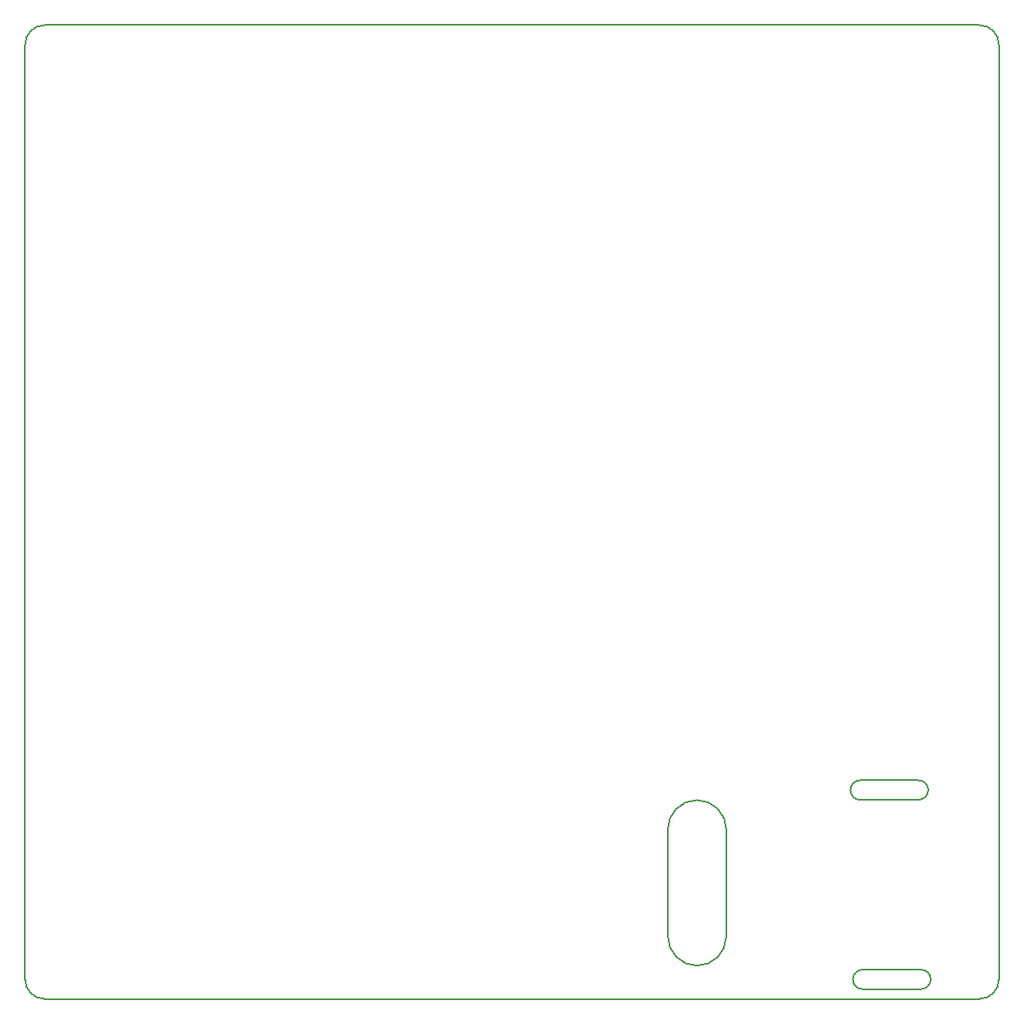
<source format=gbo>
G04 #@! TF.FileFunction,Legend,Bot*
%FSLAX46Y46*%
G04 Gerber Fmt 4.6, Leading zero omitted, Abs format (unit mm)*
G04 Created by KiCad (PCBNEW 4.0.1-stable) date Mittwoch, 24. Februar 2016 11:50:07*
%MOMM*%
G01*
G04 APERTURE LIST*
%ADD10C,0.100000*%
%ADD11C,0.150000*%
G04 APERTURE END LIST*
D10*
D11*
X156104000Y-132128000D02*
G75*
G03X155104000Y-133128000I0J-1000000D01*
G01*
X155104000Y-133128000D02*
G75*
G03X156104000Y-134128000I1000000J0D01*
G01*
X163104000Y-133128000D02*
G75*
G03X162104000Y-132128000I-1000000J0D01*
G01*
X162104000Y-134128000D02*
G75*
G03X163104000Y-133128000I0J1000000D01*
G01*
X162104000Y-134128000D02*
X156104000Y-134128000D01*
X156104000Y-132128000D02*
X162104000Y-132128000D01*
X155850000Y-112683000D02*
X161850000Y-112683000D01*
X161850000Y-114683000D02*
X155850000Y-114683000D01*
X161850000Y-114683000D02*
G75*
G03X162850000Y-113683000I0J1000000D01*
G01*
X162850000Y-113683000D02*
G75*
G03X161850000Y-112683000I-1000000J0D01*
G01*
X154850000Y-113683000D02*
G75*
G03X155850000Y-114683000I1000000J0D01*
G01*
X155850000Y-112683000D02*
G75*
G03X154850000Y-113683000I0J-1000000D01*
G01*
X136104000Y-117715000D02*
X136104000Y-128715000D01*
X142104000Y-117715000D02*
X142104000Y-128715000D01*
X139104000Y-131715000D02*
G75*
G03X142104000Y-128715000I0J3000000D01*
G01*
X136104000Y-128715000D02*
G75*
G03X139104000Y-131715000I3000000J0D01*
G01*
X142104000Y-117715000D02*
G75*
G03X139104000Y-114715000I-3000000J0D01*
G01*
X139104000Y-114715000D02*
G75*
G03X136104000Y-117715000I0J-3000000D01*
G01*
X70104000Y-37128000D02*
X70104000Y-133128000D01*
X168104000Y-35128000D02*
X72104000Y-35128000D01*
X170104000Y-133128000D02*
X170104000Y-37128000D01*
X72104000Y-135128000D02*
X168104000Y-135128000D01*
X72104000Y-35128000D02*
G75*
G03X70104000Y-37128000I0J-2000000D01*
G01*
X170104000Y-37128000D02*
G75*
G03X168104000Y-35128000I-2000000J0D01*
G01*
X168104000Y-135128000D02*
G75*
G03X170104000Y-133128000I0J2000000D01*
G01*
X70104000Y-133128000D02*
G75*
G03X72104000Y-135128000I2000000J0D01*
G01*
M02*

</source>
